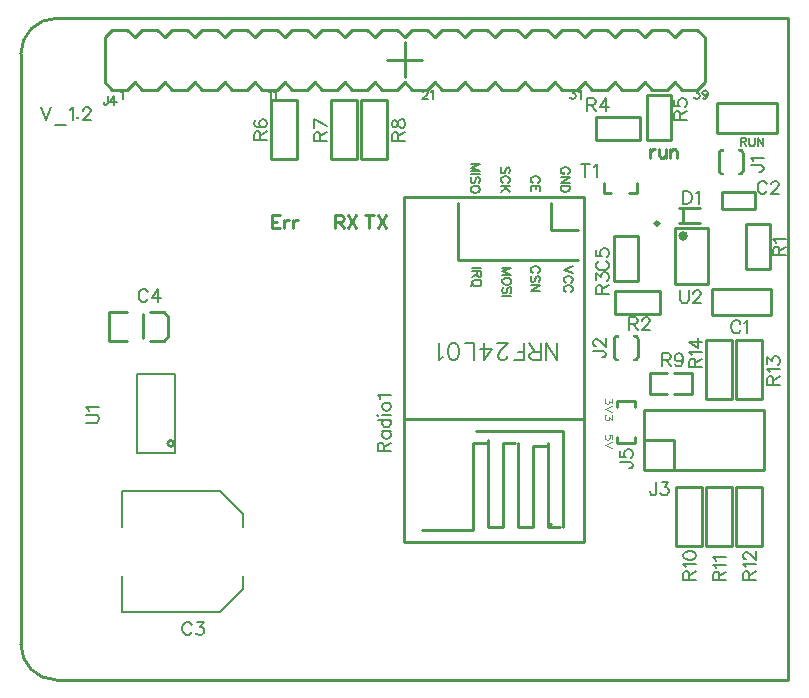
<source format=gto>
G04 ---------------------------- Layer name :TOP SILK LAYER*
G04 EasyEDA v5.8.20, Fri, 02 Nov 2018 18:29:30 GMT*
G04 36527c8444ce4c4c8eb284ebc49f3122*
G04 Gerber Generator version 0.2*
G04 Scale: 100 percent, Rotated: No, Reflected: No *
G04 Dimensions in millimeters *
G04 leading zeros omitted , absolute positions ,3 integer and 3 decimal *
%FSLAX33Y33*%
%MOMM*%
G90*
G71D02*

%ADD10C,0.254000*%
%ADD34C,0.228600*%
%ADD35C,0.200660*%
%ADD36C,0.200000*%
%ADD37C,0.399999*%
%ADD38C,0.299999*%
%ADD39C,0.279999*%
%ADD40C,0.177800*%
%ADD41C,0.203200*%
%ADD42C,0.152400*%
%ADD43C,0.150114*%
%ADD44C,0.100000*%

%LPD*%
G54D10*
G01X32512Y22098D02*
G01X32512Y40894D01*
G01X47752Y40894D01*
G01X47752Y11684D01*
G01X32512Y11684D01*
G01X32512Y22098D01*
G01X47752Y22098D01*
G01X44958Y38100D02*
G01X47244Y38100D01*
G01X44958Y38100D02*
G01X44958Y40386D01*
G01X37084Y35560D02*
G01X37084Y40386D01*
G01X37084Y35560D02*
G01X47244Y35560D01*
G01X34036Y12700D02*
G01X38354Y12700D01*
G01X38354Y12700D02*
G01X38354Y20066D01*
G01X39624Y12954D02*
G01X39624Y20066D01*
G01X40894Y12954D02*
G01X40894Y20066D01*
G01X42164Y12954D02*
G01X42164Y20066D01*
G01X43434Y12954D02*
G01X43434Y19812D01*
G01X44704Y12954D02*
G01X44704Y19812D01*
G01X38354Y20066D02*
G01X39624Y20066D01*
G01X39624Y20320D01*
G01X39624Y12954D02*
G01X40894Y12954D01*
G01X42164Y12954D02*
G01X43434Y12954D01*
G01X43434Y13208D01*
G01X40894Y20066D02*
G01X41910Y20066D01*
G01X43434Y19812D02*
G01X44704Y19812D01*
G01X44704Y20066D01*
G01X45974Y12954D02*
G01X45974Y21082D01*
G01X38608Y21082D01*
G01X45720Y12954D02*
G01X44704Y12954D01*
G01X44958Y13208D01*
G01X58236Y38341D02*
G01X55436Y38341D01*
G01X55436Y33540D01*
G01X58236Y33540D01*
G01X58236Y38341D01*
G54D34*
G01X61484Y34864D02*
G01X61484Y38663D01*
G01X63483Y38663D01*
G01X63483Y34864D01*
G01X61484Y34864D01*
G54D10*
G01X55753Y40030D02*
G01X56134Y40030D01*
G01X56134Y40030D02*
G01X57531Y40030D01*
G01X55753Y38709D02*
G01X56134Y38709D01*
G01X56134Y38709D02*
G01X57531Y38709D01*
G01X56134Y40030D02*
G01X56134Y38709D01*
G54D34*
G01X58589Y33104D02*
G01X63589Y33104D01*
G01X63589Y30903D01*
G01X58589Y30903D01*
G01X58589Y33104D01*
G54D10*
G01X51587Y41275D02*
G01X52197Y41275D01*
G01X52197Y41275D02*
G01X52197Y42087D01*
G01X50012Y41275D02*
G01X49403Y41275D01*
G01X49403Y41275D02*
G01X49403Y42087D01*
G54D34*
G01X52511Y45736D02*
G01X48712Y45736D01*
G01X48712Y47735D01*
G01X52511Y47735D01*
G01X52511Y45736D01*
G01X53102Y45786D02*
G01X53102Y49585D01*
G01X55101Y49585D01*
G01X55101Y45786D01*
G01X53102Y45786D01*
G01X50308Y33848D02*
G01X50308Y37647D01*
G01X52307Y37647D01*
G01X52307Y33848D01*
G01X50308Y33848D01*
G01X50358Y33003D02*
G01X54157Y33003D01*
G01X54157Y31004D01*
G01X50358Y31004D01*
G01X50358Y33003D01*
G01X62218Y39939D02*
G01X59417Y39939D01*
G01X59417Y41340D01*
G01X62218Y41340D01*
G01X62218Y39939D01*
G54D35*
G01X13106Y25956D02*
G01X9855Y25956D01*
G01X13106Y19255D02*
G01X9855Y19255D01*
G01X13106Y19255D02*
G01X13106Y25956D01*
G01X9855Y19255D02*
G01X9855Y25956D01*
G54D10*
G01X61188Y44678D02*
G01X61188Y43103D01*
G01X59207Y43103D02*
G01X59207Y44678D01*
G01X9042Y28778D02*
G01X7543Y28778D01*
G01X7543Y28778D02*
G01X7543Y31165D01*
G01X7543Y31165D02*
G01X9042Y31165D01*
G01X11023Y28778D02*
G01X12141Y28778D01*
G01X12141Y28778D02*
G01X12522Y29184D01*
G01X12522Y29184D02*
G01X12522Y30759D01*
G01X12522Y30759D02*
G01X12141Y31165D01*
G01X12141Y31165D02*
G01X11023Y31165D01*
G01X10414Y30988D02*
G01X10414Y28956D01*
G01X52298Y28930D02*
G01X52298Y27355D01*
G01X50317Y27355D02*
G01X50317Y28930D01*
G01X52832Y17780D02*
G01X52832Y20320D01*
G01X52832Y20320D02*
G01X52832Y22860D01*
G01X52832Y22860D02*
G01X62992Y22860D01*
G01X62992Y22860D02*
G01X62992Y17780D01*
G01X52832Y17780D02*
G01X55372Y17780D01*
G01X55372Y17780D02*
G01X62992Y17780D01*
G01X52832Y20320D02*
G01X55372Y20320D01*
G01X55372Y20320D02*
G01X55372Y17780D01*
G54D36*
G01X8581Y5771D02*
G01X8581Y8871D01*
G01X8581Y12972D02*
G01X8581Y16072D01*
G01X18881Y12972D02*
G01X18881Y14072D01*
G01X16881Y16072D01*
G01X16881Y16072D01*
G01X18882Y8871D02*
G01X18882Y7771D01*
G01X16882Y5771D01*
G01X16881Y5771D01*
G01X8581Y16072D02*
G01X16881Y16072D01*
G01X16931Y16022D01*
G01X8581Y5771D02*
G01X16881Y5771D01*
G54D10*
G01X50Y53060D02*
G01X50Y15468D01*
G01X3048Y50D02*
G01X65040Y48D01*
G01X65040Y48D02*
G01X65040Y56058D01*
G01X65040Y56057D02*
G01X3048Y56057D01*
G01X32562Y54051D02*
G01X32562Y51054D01*
G01X31038Y52552D02*
G01X34061Y52552D01*
G01X40817Y50012D02*
G01X40182Y50647D01*
G01X39547Y50012D01*
G01X38277Y50012D01*
G01X37642Y50647D01*
G01X37007Y50012D01*
G01X35737Y50012D01*
G01X35102Y50647D01*
G01X34467Y50012D01*
G01X33197Y50012D01*
G01X32562Y50647D01*
G01X31927Y50012D01*
G01X30657Y50012D01*
G01X30022Y50647D01*
G01X29387Y50012D01*
G01X28117Y50012D01*
G01X27482Y50647D01*
G01X26847Y50012D01*
G01X25577Y50012D01*
G01X24942Y50647D01*
G01X24307Y50012D01*
G01X23037Y50012D01*
G01X22402Y50647D01*
G01X21767Y50012D01*
G01X20497Y50012D01*
G01X19862Y50647D01*
G01X19227Y50012D01*
G01X17957Y50012D01*
G01X17322Y50647D01*
G01X16687Y50012D01*
G01X15417Y50012D01*
G01X14782Y50647D01*
G01X14147Y50012D01*
G01X12877Y50012D01*
G01X12242Y50647D01*
G01X11607Y50012D01*
G01X10337Y50012D01*
G01X9702Y50647D01*
G01X9067Y50012D01*
G01X7797Y50012D01*
G01X7162Y50647D01*
G01X7162Y54457D01*
G01X7797Y55092D01*
G01X9067Y55092D01*
G01X9702Y54457D01*
G01X10337Y55092D01*
G01X11607Y55092D01*
G01X12242Y54457D01*
G01X12877Y55092D01*
G01X14147Y55092D01*
G01X14782Y54457D01*
G01X15417Y55092D01*
G01X16687Y55092D01*
G01X17322Y54457D01*
G01X17957Y55092D01*
G01X19227Y55092D01*
G01X19862Y54457D01*
G01X20497Y55092D01*
G01X21767Y55092D01*
G01X22402Y54457D01*
G01X23037Y55092D01*
G01X24307Y55092D01*
G01X24942Y54457D01*
G01X25577Y55092D01*
G01X26847Y55092D01*
G01X27482Y54457D01*
G01X28117Y55092D01*
G01X29387Y55092D01*
G01X30022Y54457D01*
G01X30657Y55092D01*
G01X31927Y55092D01*
G01X32562Y54457D01*
G01X33197Y55092D01*
G01X34467Y55092D01*
G01X35102Y54457D01*
G01X35737Y55092D01*
G01X37007Y55092D01*
G01X37642Y54457D01*
G01X38277Y55092D01*
G01X39547Y55092D01*
G01X40182Y54457D01*
G01X40817Y55092D01*
G01X42087Y55092D01*
G01X42722Y54457D01*
G01X43357Y55092D01*
G01X44627Y55092D01*
G01X45262Y54457D01*
G01X45897Y55092D01*
G01X47167Y55092D01*
G01X47802Y54457D01*
G01X48437Y55092D01*
G01X49707Y55092D01*
G01X50342Y54457D01*
G01X50977Y55092D01*
G01X52247Y55092D01*
G01X52882Y54457D01*
G01X53517Y55092D01*
G01X54787Y55092D01*
G01X55422Y54457D01*
G01X56057Y55092D01*
G01X57327Y55092D01*
G01X57962Y54457D01*
G01X57962Y50647D01*
G01X57327Y50012D01*
G01X56057Y50012D01*
G01X55422Y50647D01*
G01X54787Y50012D01*
G01X53517Y50012D01*
G01X52882Y50647D01*
G01X52247Y50012D01*
G01X50977Y50012D01*
G01X50342Y50647D01*
G01X49707Y50012D01*
G01X48437Y50012D01*
G01X47802Y50647D01*
G01X47167Y50012D01*
G01X45897Y50012D01*
G01X45262Y50647D01*
G01X44627Y50012D01*
G01X43357Y50012D01*
G01X42722Y50647D01*
G01X42087Y50012D01*
G01X40817Y50012D01*
G01X50Y16108D02*
G01X50Y7848D01*
G01X50Y2768D01*
G01X64080Y48878D02*
G01X64080Y46338D01*
G01X59000Y48878D02*
G01X59000Y46338D01*
G01X59000Y48878D02*
G01X64080Y48878D01*
G01X59000Y46338D02*
G01X64080Y46338D01*
G54D34*
G01X28871Y44111D02*
G01X28871Y49111D01*
G01X31072Y49111D01*
G01X31072Y44111D01*
G01X28871Y44111D01*
G01X26331Y44111D02*
G01X26331Y49111D01*
G01X28532Y49111D01*
G01X28532Y44111D01*
G01X26331Y44111D01*
G01X21251Y44111D02*
G01X21251Y49111D01*
G01X23452Y49111D01*
G01X23452Y44111D01*
G01X21251Y44111D01*
G01X55541Y11345D02*
G01X55541Y16345D01*
G01X57742Y16345D01*
G01X57742Y11345D01*
G01X55541Y11345D01*
G01X58081Y11345D02*
G01X58081Y16345D01*
G01X60282Y16345D01*
G01X60282Y11345D01*
G01X58081Y11345D01*
G01X60621Y11345D02*
G01X60621Y16345D01*
G01X62822Y16345D01*
G01X62822Y11345D01*
G01X60621Y11345D01*
G01X58081Y23791D02*
G01X58081Y28791D01*
G01X60282Y28791D01*
G01X60282Y23791D01*
G01X58081Y23791D01*
G01X60621Y23791D02*
G01X60621Y28791D01*
G01X62822Y28791D01*
G01X62822Y23791D01*
G01X60621Y23791D01*
G54D10*
G01X54747Y26035D02*
G01X53324Y26035D01*
G01X55382Y24257D02*
G01X56880Y24257D01*
G01X56880Y26035D01*
G01X55382Y26035D01*
G01X53324Y26035D02*
G01X53324Y24257D01*
G01X53324Y24257D02*
G01X54747Y24257D01*
G01X52070Y23114D02*
G01X52070Y23622D01*
G01X50546Y23622D01*
G01X50546Y23114D01*
G01X50546Y20574D02*
G01X50546Y20066D01*
G01X52070Y20066D01*
G01X52070Y20574D01*
G54D39*
G01X29573Y39369D02*
G01X29573Y38279D01*
G01X29210Y39369D02*
G01X29936Y39369D01*
G01X30279Y39369D02*
G01X31008Y38279D01*
G01X31008Y39369D02*
G01X30279Y38279D01*
G01X26670Y39369D02*
G01X26670Y38279D01*
G01X26670Y39369D02*
G01X27137Y39369D01*
G01X27292Y39318D01*
G01X27345Y39267D01*
G01X27396Y39163D01*
G01X27396Y39059D01*
G01X27345Y38955D01*
G01X27292Y38902D01*
G01X27137Y38851D01*
G01X26670Y38851D01*
G01X27033Y38851D02*
G01X27396Y38279D01*
G01X27739Y39369D02*
G01X28468Y38279D01*
G01X28468Y39369D02*
G01X27739Y38279D01*
G01X21336Y39369D02*
G01X21336Y38279D01*
G01X21336Y39369D02*
G01X22011Y39369D01*
G01X21336Y38851D02*
G01X21752Y38851D01*
G01X21336Y38279D02*
G01X22011Y38279D01*
G01X22354Y39006D02*
G01X22354Y38279D01*
G01X22354Y38696D02*
G01X22405Y38851D01*
G01X22509Y38955D01*
G01X22613Y39006D01*
G01X22771Y39006D01*
G01X23114Y39006D02*
G01X23114Y38279D01*
G01X23114Y38696D02*
G01X23164Y38851D01*
G01X23268Y38955D01*
G01X23373Y39006D01*
G01X23528Y39006D01*
G54D40*
G01X30279Y19403D02*
G01X31369Y19403D01*
G01X30279Y19403D02*
G01X30279Y19870D01*
G01X30330Y20025D01*
G01X30380Y20078D01*
G01X30485Y20129D01*
G01X30589Y20129D01*
G01X30693Y20078D01*
G01X30746Y20025D01*
G01X30797Y19870D01*
G01X30797Y19403D01*
G01X30797Y19766D02*
G01X31369Y20129D01*
G01X30642Y21097D02*
G01X31369Y21097D01*
G01X30797Y21097D02*
G01X30693Y20993D01*
G01X30642Y20889D01*
G01X30642Y20734D01*
G01X30693Y20630D01*
G01X30797Y20525D01*
G01X30952Y20472D01*
G01X31056Y20472D01*
G01X31214Y20525D01*
G01X31318Y20630D01*
G01X31369Y20734D01*
G01X31369Y20889D01*
G01X31318Y20993D01*
G01X31214Y21097D01*
G01X30279Y22062D02*
G01X31369Y22062D01*
G01X30797Y22062D02*
G01X30693Y21958D01*
G01X30642Y21854D01*
G01X30642Y21699D01*
G01X30693Y21595D01*
G01X30797Y21491D01*
G01X30952Y21440D01*
G01X31056Y21440D01*
G01X31214Y21491D01*
G01X31318Y21595D01*
G01X31369Y21699D01*
G01X31369Y21854D01*
G01X31318Y21958D01*
G01X31214Y22062D01*
G01X30279Y22405D02*
G01X30330Y22458D01*
G01X30279Y22509D01*
G01X30226Y22458D01*
G01X30279Y22405D01*
G01X30642Y22458D02*
G01X31369Y22458D01*
G01X30642Y23111D02*
G01X30693Y23010D01*
G01X30797Y22905D01*
G01X30952Y22852D01*
G01X31056Y22852D01*
G01X31214Y22905D01*
G01X31318Y23010D01*
G01X31369Y23111D01*
G01X31369Y23269D01*
G01X31318Y23373D01*
G01X31214Y23477D01*
G01X31056Y23528D01*
G01X30952Y23528D01*
G01X30797Y23477D01*
G01X30693Y23373D01*
G01X30642Y23269D01*
G01X30642Y23111D01*
G01X30485Y23871D02*
G01X30434Y23975D01*
G01X30279Y24130D01*
G01X31369Y24130D01*
G54D41*
G01X39044Y34925D02*
G01X38280Y34925D01*
G01X39044Y34686D02*
G01X38280Y34686D01*
G01X39044Y34686D02*
G01X39044Y34358D01*
G01X39006Y34249D01*
G01X38971Y34211D01*
G01X38900Y34175D01*
G01X38826Y34175D01*
G01X38752Y34211D01*
G01X38717Y34249D01*
G01X38681Y34358D01*
G01X38681Y34686D01*
G01X38681Y34429D02*
G01X38280Y34175D01*
G01X39044Y33718D02*
G01X39006Y33789D01*
G01X38935Y33863D01*
G01X38862Y33898D01*
G01X38752Y33936D01*
G01X38572Y33936D01*
G01X38463Y33898D01*
G01X38389Y33863D01*
G01X38315Y33789D01*
G01X38280Y33718D01*
G01X38280Y33571D01*
G01X38315Y33500D01*
G01X38389Y33426D01*
G01X38463Y33390D01*
G01X38572Y33355D01*
G01X38752Y33355D01*
G01X38862Y33390D01*
G01X38935Y33426D01*
G01X39006Y33500D01*
G01X39044Y33571D01*
G01X39044Y33718D01*
G01X38425Y33609D02*
G01X38209Y33390D01*
G01X41584Y34925D02*
G01X40820Y34925D01*
G01X41584Y34925D02*
G01X40820Y34632D01*
G01X41584Y34343D02*
G01X40820Y34632D01*
G01X41584Y34343D02*
G01X40820Y34343D01*
G01X41584Y33886D02*
G01X41546Y33957D01*
G01X41475Y34030D01*
G01X41402Y34066D01*
G01X41292Y34102D01*
G01X41112Y34102D01*
G01X41003Y34066D01*
G01X40929Y34030D01*
G01X40855Y33957D01*
G01X40820Y33886D01*
G01X40820Y33738D01*
G01X40855Y33667D01*
G01X40929Y33594D01*
G01X41003Y33558D01*
G01X41112Y33520D01*
G01X41292Y33520D01*
G01X41402Y33558D01*
G01X41475Y33594D01*
G01X41546Y33667D01*
G01X41584Y33738D01*
G01X41584Y33886D01*
G01X41475Y32771D02*
G01X41546Y32844D01*
G01X41584Y32953D01*
G01X41584Y33098D01*
G01X41546Y33207D01*
G01X41475Y33281D01*
G01X41402Y33281D01*
G01X41330Y33246D01*
G01X41292Y33207D01*
G01X41257Y33136D01*
G01X41183Y32918D01*
G01X41148Y32844D01*
G01X41112Y32809D01*
G01X41038Y32771D01*
G01X40929Y32771D01*
G01X40855Y32844D01*
G01X40820Y32953D01*
G01X40820Y33098D01*
G01X40855Y33207D01*
G01X40929Y33281D01*
G01X41584Y32532D02*
G01X40820Y32532D01*
G01X43815Y34505D02*
G01X43888Y34544D01*
G01X43959Y34615D01*
G01X43997Y34688D01*
G01X43997Y34833D01*
G01X43959Y34907D01*
G01X43888Y34978D01*
G01X43815Y35016D01*
G01X43705Y35052D01*
G01X43525Y35052D01*
G01X43416Y35016D01*
G01X43342Y34978D01*
G01X43268Y34907D01*
G01X43233Y34833D01*
G01X43233Y34688D01*
G01X43268Y34615D01*
G01X43342Y34544D01*
G01X43416Y34505D01*
G01X43888Y33756D02*
G01X43959Y33830D01*
G01X43997Y33939D01*
G01X43997Y34084D01*
G01X43959Y34193D01*
G01X43888Y34267D01*
G01X43815Y34267D01*
G01X43743Y34229D01*
G01X43705Y34193D01*
G01X43670Y34122D01*
G01X43596Y33903D01*
G01X43561Y33830D01*
G01X43525Y33794D01*
G01X43451Y33756D01*
G01X43342Y33756D01*
G01X43268Y33830D01*
G01X43233Y33939D01*
G01X43233Y34084D01*
G01X43268Y34193D01*
G01X43342Y34267D01*
G01X43997Y33517D02*
G01X43233Y33517D01*
G01X43997Y33517D02*
G01X43233Y33007D01*
G01X43997Y33007D02*
G01X43233Y33007D01*
G01X46791Y35052D02*
G01X46027Y34759D01*
G01X46791Y34470D02*
G01X46027Y34759D01*
G01X46609Y33685D02*
G01X46682Y33721D01*
G01X46753Y33794D01*
G01X46791Y33865D01*
G01X46791Y34013D01*
G01X46753Y34084D01*
G01X46682Y34157D01*
G01X46609Y34193D01*
G01X46499Y34229D01*
G01X46319Y34229D01*
G01X46210Y34193D01*
G01X46136Y34157D01*
G01X46062Y34084D01*
G01X46027Y34013D01*
G01X46027Y33865D01*
G01X46062Y33794D01*
G01X46136Y33721D01*
G01X46210Y33685D01*
G01X46609Y32898D02*
G01X46682Y32936D01*
G01X46753Y33007D01*
G01X46791Y33080D01*
G01X46791Y33225D01*
G01X46753Y33299D01*
G01X46682Y33373D01*
G01X46609Y33408D01*
G01X46499Y33444D01*
G01X46319Y33444D01*
G01X46210Y33408D01*
G01X46136Y33373D01*
G01X46062Y33299D01*
G01X46027Y33225D01*
G01X46027Y33080D01*
G01X46062Y33007D01*
G01X46136Y32936D01*
G01X46210Y32898D01*
G01X38917Y43688D02*
G01X38153Y43688D01*
G01X38917Y43688D02*
G01X38153Y43395D01*
G01X38917Y43106D02*
G01X38153Y43395D01*
G01X38917Y43106D02*
G01X38153Y43106D01*
G01X38917Y42865D02*
G01X38153Y42865D01*
G01X38808Y42118D02*
G01X38879Y42189D01*
G01X38917Y42298D01*
G01X38917Y42443D01*
G01X38879Y42552D01*
G01X38808Y42626D01*
G01X38735Y42626D01*
G01X38663Y42590D01*
G01X38625Y42552D01*
G01X38590Y42481D01*
G01X38516Y42263D01*
G01X38481Y42189D01*
G01X38445Y42153D01*
G01X38371Y42118D01*
G01X38262Y42118D01*
G01X38188Y42189D01*
G01X38153Y42298D01*
G01X38153Y42443D01*
G01X38188Y42552D01*
G01X38262Y42626D01*
G01X38917Y41658D02*
G01X38879Y41732D01*
G01X38808Y41803D01*
G01X38735Y41841D01*
G01X38625Y41876D01*
G01X38445Y41876D01*
G01X38336Y41841D01*
G01X38262Y41803D01*
G01X38188Y41732D01*
G01X38153Y41658D01*
G01X38153Y41513D01*
G01X38188Y41440D01*
G01X38262Y41368D01*
G01X38336Y41330D01*
G01X38445Y41295D01*
G01X38625Y41295D01*
G01X38735Y41330D01*
G01X38808Y41368D01*
G01X38879Y41440D01*
G01X38917Y41513D01*
G01X38917Y41658D01*
G01X41348Y42926D02*
G01X41419Y42997D01*
G01X41457Y43106D01*
G01X41457Y43251D01*
G01X41419Y43360D01*
G01X41348Y43434D01*
G01X41275Y43434D01*
G01X41203Y43398D01*
G01X41165Y43360D01*
G01X41130Y43289D01*
G01X41056Y43070D01*
G01X41021Y42997D01*
G01X40985Y42961D01*
G01X40911Y42926D01*
G01X40802Y42926D01*
G01X40728Y42997D01*
G01X40693Y43106D01*
G01X40693Y43251D01*
G01X40728Y43360D01*
G01X40802Y43434D01*
G01X41275Y42138D02*
G01X41348Y42176D01*
G01X41419Y42247D01*
G01X41457Y42321D01*
G01X41457Y42466D01*
G01X41419Y42539D01*
G01X41348Y42611D01*
G01X41275Y42649D01*
G01X41165Y42684D01*
G01X40985Y42684D01*
G01X40876Y42649D01*
G01X40802Y42611D01*
G01X40728Y42539D01*
G01X40693Y42466D01*
G01X40693Y42321D01*
G01X40728Y42247D01*
G01X40802Y42176D01*
G01X40876Y42138D01*
G01X41457Y41899D02*
G01X40693Y41899D01*
G01X41457Y41389D02*
G01X40947Y41899D01*
G01X41130Y41716D02*
G01X40693Y41389D01*
G01X43815Y42125D02*
G01X43888Y42164D01*
G01X43959Y42235D01*
G01X43997Y42308D01*
G01X43997Y42453D01*
G01X43959Y42527D01*
G01X43888Y42598D01*
G01X43815Y42636D01*
G01X43705Y42672D01*
G01X43525Y42672D01*
G01X43416Y42636D01*
G01X43342Y42598D01*
G01X43268Y42527D01*
G01X43233Y42453D01*
G01X43233Y42308D01*
G01X43268Y42235D01*
G01X43342Y42164D01*
G01X43416Y42125D01*
G01X43997Y41887D02*
G01X43233Y41887D01*
G01X43997Y41887D02*
G01X43997Y41414D01*
G01X43634Y41887D02*
G01X43634Y41595D01*
G01X43233Y41887D02*
G01X43233Y41414D01*
G01X46355Y42887D02*
G01X46428Y42926D01*
G01X46499Y42997D01*
G01X46537Y43070D01*
G01X46537Y43215D01*
G01X46499Y43289D01*
G01X46428Y43360D01*
G01X46355Y43398D01*
G01X46245Y43434D01*
G01X46065Y43434D01*
G01X45956Y43398D01*
G01X45882Y43360D01*
G01X45808Y43289D01*
G01X45773Y43215D01*
G01X45773Y43070D01*
G01X45808Y42997D01*
G01X45882Y42926D01*
G01X45956Y42887D01*
G01X46065Y42887D01*
G01X46065Y43070D02*
G01X46065Y42887D01*
G01X46537Y42649D02*
G01X45773Y42649D01*
G01X46537Y42649D02*
G01X45773Y42138D01*
G01X46537Y42138D02*
G01X45773Y42138D01*
G01X46537Y41899D02*
G01X45773Y41899D01*
G01X46537Y41899D02*
G01X46537Y41645D01*
G01X46499Y41536D01*
G01X46428Y41462D01*
G01X46355Y41427D01*
G01X46245Y41389D01*
G01X46065Y41389D01*
G01X45956Y41427D01*
G01X45882Y41462D01*
G01X45808Y41536D01*
G01X45773Y41645D01*
G01X45773Y41899D01*
G01X45466Y27122D02*
G01X45466Y28554D01*
G01X45466Y27122D02*
G01X44510Y28554D01*
G01X44510Y27122D02*
G01X44510Y28554D01*
G01X44061Y27122D02*
G01X44061Y28554D01*
G01X44061Y27122D02*
G01X43446Y27122D01*
G01X43243Y27190D01*
G01X43174Y27259D01*
G01X43106Y27393D01*
G01X43106Y27531D01*
G01X43174Y27668D01*
G01X43243Y27734D01*
G01X43446Y27802D01*
G01X44061Y27802D01*
G01X43583Y27802D02*
G01X43106Y28554D01*
G01X42656Y27122D02*
G01X42656Y28554D01*
G01X42656Y27122D02*
G01X41770Y27122D01*
G01X42656Y27802D02*
G01X42110Y27802D01*
G01X41252Y27462D02*
G01X41252Y27393D01*
G01X41183Y27259D01*
G01X41114Y27190D01*
G01X40980Y27122D01*
G01X40706Y27122D01*
G01X40571Y27190D01*
G01X40502Y27259D01*
G01X40434Y27393D01*
G01X40434Y27531D01*
G01X40502Y27668D01*
G01X40640Y27871D01*
G01X41320Y28554D01*
G01X40365Y28554D01*
G01X39235Y27122D02*
G01X39916Y28077D01*
G01X38892Y28077D01*
G01X39235Y27122D02*
G01X39235Y28554D01*
G01X38442Y27122D02*
G01X38442Y28554D01*
G01X38442Y28554D02*
G01X37625Y28554D01*
G01X36766Y27122D02*
G01X36969Y27190D01*
G01X37106Y27393D01*
G01X37175Y27734D01*
G01X37175Y27940D01*
G01X37106Y28280D01*
G01X36969Y28486D01*
G01X36766Y28554D01*
G01X36629Y28554D01*
G01X36426Y28486D01*
G01X36288Y28280D01*
G01X36220Y27940D01*
G01X36220Y27734D01*
G01X36288Y27393D01*
G01X36426Y27190D01*
G01X36629Y27122D01*
G01X36766Y27122D01*
G01X35770Y27393D02*
G01X35633Y27325D01*
G01X35430Y27122D01*
G01X35430Y28554D01*
G54D40*
G01X55880Y33019D02*
G01X55880Y32242D01*
G01X55931Y32085D01*
G01X56035Y31980D01*
G01X56192Y31930D01*
G01X56297Y31930D01*
G01X56452Y31980D01*
G01X56556Y32085D01*
G01X56606Y32242D01*
G01X56606Y33019D01*
G01X57003Y32760D02*
G01X57003Y32814D01*
G01X57054Y32918D01*
G01X57107Y32968D01*
G01X57211Y33019D01*
G01X57417Y33019D01*
G01X57521Y32968D01*
G01X57574Y32918D01*
G01X57625Y32814D01*
G01X57625Y32709D01*
G01X57574Y32605D01*
G01X57470Y32448D01*
G01X56949Y31930D01*
G01X57678Y31930D01*
G01X63754Y36007D02*
G01X64844Y36007D01*
G01X63754Y36007D02*
G01X63754Y36474D01*
G01X63805Y36629D01*
G01X63856Y36682D01*
G01X63960Y36733D01*
G01X64064Y36733D01*
G01X64168Y36682D01*
G01X64221Y36629D01*
G01X64272Y36474D01*
G01X64272Y36007D01*
G01X64272Y36370D02*
G01X64844Y36733D01*
G01X63960Y37076D02*
G01X63909Y37180D01*
G01X63754Y37338D01*
G01X64844Y37338D01*
G01X56134Y41440D02*
G01X56134Y40350D01*
G01X56134Y41440D02*
G01X56497Y41440D01*
G01X56654Y41389D01*
G01X56756Y41285D01*
G01X56809Y41181D01*
G01X56860Y41026D01*
G01X56860Y40767D01*
G01X56809Y40609D01*
G01X56756Y40505D01*
G01X56654Y40401D01*
G01X56497Y40350D01*
G01X56134Y40350D01*
G01X57203Y41234D02*
G01X57307Y41285D01*
G01X57464Y41440D01*
G01X57464Y40350D01*
G01X60977Y30220D02*
G01X60924Y30324D01*
G01X60820Y30428D01*
G01X60718Y30479D01*
G01X60510Y30479D01*
G01X60406Y30428D01*
G01X60302Y30324D01*
G01X60249Y30220D01*
G01X60198Y30065D01*
G01X60198Y29806D01*
G01X60249Y29649D01*
G01X60302Y29545D01*
G01X60406Y29440D01*
G01X60510Y29390D01*
G01X60718Y29390D01*
G01X60820Y29440D01*
G01X60924Y29545D01*
G01X60977Y29649D01*
G01X61320Y30274D02*
G01X61425Y30324D01*
G01X61579Y30479D01*
G01X61579Y29390D01*
G01X47861Y43688D02*
G01X47861Y42598D01*
G01X47498Y43688D02*
G01X48224Y43688D01*
G01X48567Y43482D02*
G01X48671Y43533D01*
G01X48829Y43688D01*
G01X48829Y42598D01*
G01X48005Y49275D02*
G01X48005Y48186D01*
G01X48005Y49275D02*
G01X48473Y49275D01*
G01X48628Y49224D01*
G01X48681Y49174D01*
G01X48732Y49070D01*
G01X48732Y48965D01*
G01X48681Y48861D01*
G01X48628Y48808D01*
G01X48473Y48757D01*
G01X48005Y48757D01*
G01X48369Y48757D02*
G01X48732Y48186D01*
G01X49595Y49275D02*
G01X49075Y48549D01*
G01X49854Y48549D01*
G01X49595Y49275D02*
G01X49595Y48186D01*
G01X55372Y47477D02*
G01X56461Y47477D01*
G01X55372Y47477D02*
G01X55372Y47944D01*
G01X55422Y48099D01*
G01X55473Y48153D01*
G01X55577Y48203D01*
G01X55681Y48203D01*
G01X55786Y48153D01*
G01X55839Y48099D01*
G01X55890Y47944D01*
G01X55890Y47477D01*
G01X55890Y47840D02*
G01X56461Y48203D01*
G01X55372Y49171D02*
G01X55372Y48651D01*
G01X55839Y48600D01*
G01X55786Y48651D01*
G01X55735Y48808D01*
G01X55735Y48963D01*
G01X55786Y49118D01*
G01X55890Y49222D01*
G01X56045Y49275D01*
G01X56149Y49275D01*
G01X56306Y49222D01*
G01X56410Y49118D01*
G01X56461Y48963D01*
G01X56461Y48808D01*
G01X56410Y48651D01*
G01X56357Y48600D01*
G01X56253Y48546D01*
G54D39*
G01X53340Y44988D02*
G01X53340Y44262D01*
G01X53340Y44678D02*
G01X53390Y44833D01*
G01X53494Y44937D01*
G01X53599Y44988D01*
G01X53756Y44988D01*
G01X54099Y44988D02*
G01X54099Y44470D01*
G01X54150Y44312D01*
G01X54254Y44262D01*
G01X54409Y44262D01*
G01X54513Y44312D01*
G01X54670Y44470D01*
G01X54670Y44988D02*
G01X54670Y44262D01*
G01X55013Y44988D02*
G01X55013Y44262D01*
G01X55013Y44780D02*
G01X55168Y44937D01*
G01X55272Y44988D01*
G01X55427Y44988D01*
G01X55532Y44937D01*
G01X55585Y44780D01*
G01X55585Y44262D01*
G54D40*
G01X48767Y32745D02*
G01X49857Y32745D01*
G01X48767Y32745D02*
G01X48767Y33212D01*
G01X48818Y33367D01*
G01X48869Y33421D01*
G01X48973Y33471D01*
G01X49077Y33471D01*
G01X49181Y33421D01*
G01X49235Y33367D01*
G01X49285Y33212D01*
G01X49285Y32745D01*
G01X49285Y33108D02*
G01X49857Y33471D01*
G01X48767Y33919D02*
G01X48767Y34490D01*
G01X49181Y34180D01*
G01X49181Y34335D01*
G01X49235Y34439D01*
G01X49285Y34490D01*
G01X49440Y34543D01*
G01X49545Y34543D01*
G01X49702Y34490D01*
G01X49806Y34386D01*
G01X49857Y34231D01*
G01X49857Y34076D01*
G01X49806Y33919D01*
G01X49753Y33868D01*
G01X49649Y33814D01*
G01X51562Y30733D02*
G01X51562Y29644D01*
G01X51562Y30733D02*
G01X52029Y30733D01*
G01X52184Y30682D01*
G01X52237Y30632D01*
G01X52288Y30528D01*
G01X52288Y30423D01*
G01X52237Y30319D01*
G01X52184Y30266D01*
G01X52029Y30215D01*
G01X51562Y30215D01*
G01X51925Y30215D02*
G01X52288Y29644D01*
G01X52684Y30474D02*
G01X52684Y30528D01*
G01X52735Y30632D01*
G01X52789Y30682D01*
G01X52893Y30733D01*
G01X53098Y30733D01*
G01X53203Y30682D01*
G01X53256Y30632D01*
G01X53307Y30528D01*
G01X53307Y30423D01*
G01X53256Y30319D01*
G01X53152Y30162D01*
G01X52631Y29644D01*
G01X53360Y29644D01*
G01X63212Y42019D02*
G01X63159Y42123D01*
G01X63055Y42227D01*
G01X62953Y42278D01*
G01X62745Y42278D01*
G01X62641Y42227D01*
G01X62537Y42123D01*
G01X62484Y42019D01*
G01X62433Y41864D01*
G01X62433Y41605D01*
G01X62484Y41447D01*
G01X62537Y41343D01*
G01X62641Y41239D01*
G01X62745Y41188D01*
G01X62953Y41188D01*
G01X63055Y41239D01*
G01X63159Y41343D01*
G01X63212Y41447D01*
G01X63606Y42019D02*
G01X63606Y42072D01*
G01X63660Y42176D01*
G01X63710Y42227D01*
G01X63814Y42278D01*
G01X64023Y42278D01*
G01X64127Y42227D01*
G01X64178Y42176D01*
G01X64231Y42072D01*
G01X64231Y41968D01*
G01X64178Y41864D01*
G01X64074Y41706D01*
G01X63555Y41188D01*
G01X64282Y41188D01*
G01X5588Y21783D02*
G01X6365Y21783D01*
G01X6522Y21834D01*
G01X6626Y21938D01*
G01X6677Y22095D01*
G01X6677Y22200D01*
G01X6626Y22354D01*
G01X6522Y22459D01*
G01X6365Y22509D01*
G01X5588Y22509D01*
G01X5793Y22852D02*
G01X5742Y22956D01*
G01X5588Y23114D01*
G01X6677Y23114D01*
G01X61861Y43599D02*
G01X62692Y43599D01*
G01X62847Y43545D01*
G01X62900Y43494D01*
G01X62951Y43390D01*
G01X62951Y43286D01*
G01X62900Y43182D01*
G01X62847Y43129D01*
G01X62692Y43078D01*
G01X62588Y43078D01*
G01X62067Y43942D02*
G01X62016Y44043D01*
G01X61861Y44201D01*
G01X62951Y44201D01*
G01X10812Y32875D02*
G01X10759Y32979D01*
G01X10655Y33083D01*
G01X10553Y33134D01*
G01X10345Y33134D01*
G01X10241Y33083D01*
G01X10137Y32979D01*
G01X10083Y32875D01*
G01X10033Y32720D01*
G01X10033Y32461D01*
G01X10083Y32303D01*
G01X10137Y32199D01*
G01X10241Y32095D01*
G01X10345Y32044D01*
G01X10553Y32044D01*
G01X10655Y32095D01*
G01X10759Y32199D01*
G01X10812Y32303D01*
G01X11673Y33134D02*
G01X11155Y32407D01*
G01X11935Y32407D01*
G01X11673Y33134D02*
G01X11673Y32044D01*
G01X49026Y35507D02*
G01X48922Y35453D01*
G01X48818Y35349D01*
G01X48767Y35248D01*
G01X48767Y35039D01*
G01X48818Y34935D01*
G01X48922Y34831D01*
G01X49026Y34778D01*
G01X49181Y34727D01*
G01X49440Y34727D01*
G01X49598Y34778D01*
G01X49702Y34831D01*
G01X49806Y34935D01*
G01X49857Y35039D01*
G01X49857Y35248D01*
G01X49806Y35349D01*
G01X49702Y35453D01*
G01X49598Y35507D01*
G01X48767Y36472D02*
G01X48767Y35954D01*
G01X49235Y35900D01*
G01X49181Y35954D01*
G01X49131Y36109D01*
G01X49131Y36264D01*
G01X49181Y36421D01*
G01X49285Y36525D01*
G01X49440Y36576D01*
G01X49545Y36576D01*
G01X49702Y36525D01*
G01X49806Y36421D01*
G01X49857Y36264D01*
G01X49857Y36109D01*
G01X49806Y35954D01*
G01X49753Y35900D01*
G01X49649Y35850D01*
G01X48513Y27886D02*
G01X49344Y27886D01*
G01X49499Y27833D01*
G01X49552Y27782D01*
G01X49603Y27678D01*
G01X49603Y27574D01*
G01X49552Y27470D01*
G01X49499Y27416D01*
G01X49344Y27366D01*
G01X49240Y27366D01*
G01X48772Y28280D02*
G01X48719Y28280D01*
G01X48615Y28331D01*
G01X48564Y28384D01*
G01X48513Y28488D01*
G01X48513Y28697D01*
G01X48564Y28801D01*
G01X48615Y28852D01*
G01X48719Y28902D01*
G01X48823Y28902D01*
G01X48927Y28852D01*
G01X49085Y28747D01*
G01X49603Y28229D01*
G01X49603Y28956D01*
G01X53860Y16764D02*
G01X53860Y15933D01*
G01X53807Y15778D01*
G01X53756Y15725D01*
G01X53652Y15674D01*
G01X53548Y15674D01*
G01X53444Y15725D01*
G01X53390Y15778D01*
G01X53340Y15933D01*
G01X53340Y16037D01*
G01X54305Y16764D02*
G01X54876Y16764D01*
G01X54566Y16349D01*
G01X54721Y16349D01*
G01X54825Y16296D01*
G01X54876Y16245D01*
G01X54930Y16090D01*
G01X54930Y15986D01*
G01X54876Y15829D01*
G01X54775Y15725D01*
G01X54617Y15674D01*
G01X54462Y15674D01*
G01X54305Y15725D01*
G01X54254Y15778D01*
G01X54203Y15882D01*
G01X14511Y4681D02*
G01X14457Y4785D01*
G01X14353Y4889D01*
G01X14251Y4940D01*
G01X14043Y4940D01*
G01X13939Y4889D01*
G01X13835Y4785D01*
G01X13782Y4681D01*
G01X13731Y4526D01*
G01X13731Y4267D01*
G01X13782Y4109D01*
G01X13835Y4005D01*
G01X13939Y3901D01*
G01X14043Y3850D01*
G01X14251Y3850D01*
G01X14353Y3901D01*
G01X14457Y4005D01*
G01X14511Y4109D01*
G01X14958Y4940D02*
G01X15529Y4940D01*
G01X15217Y4526D01*
G01X15372Y4526D01*
G01X15476Y4472D01*
G01X15529Y4422D01*
G01X15580Y4267D01*
G01X15580Y4163D01*
G01X15529Y4005D01*
G01X15425Y3901D01*
G01X15267Y3850D01*
G01X15113Y3850D01*
G01X14958Y3901D01*
G01X14904Y3954D01*
G01X14853Y4058D01*
G01X1778Y48514D02*
G01X2194Y47424D01*
G01X2608Y48514D02*
G01X2194Y47424D01*
G01X2951Y47061D02*
G01X3886Y47061D01*
G01X4229Y48308D02*
G01X4333Y48359D01*
G01X4490Y48514D01*
G01X4490Y47424D01*
G01X4884Y47683D02*
G01X4833Y47632D01*
G01X4884Y47579D01*
G01X4937Y47632D01*
G01X4884Y47683D01*
G01X5331Y48254D02*
G01X5331Y48308D01*
G01X5384Y48412D01*
G01X5435Y48463D01*
G01X5539Y48514D01*
G01X5748Y48514D01*
G01X5852Y48463D01*
G01X5902Y48412D01*
G01X5956Y48308D01*
G01X5956Y48204D01*
G01X5902Y48099D01*
G01X5798Y47942D01*
G01X5280Y47424D01*
G01X6007Y47424D01*
G54D42*
G01X7406Y49463D02*
G01X7406Y48907D01*
G01X7373Y48806D01*
G01X7338Y48770D01*
G01X7269Y48734D01*
G01X7200Y48734D01*
G01X7129Y48770D01*
G01X7096Y48806D01*
G01X7061Y48907D01*
G01X7061Y48978D01*
G01X7983Y49463D02*
G01X7635Y48978D01*
G01X8155Y48978D01*
G01X7983Y49463D02*
G01X7983Y48734D01*
G01X8559Y49832D02*
G01X8628Y49867D01*
G01X8732Y49971D01*
G01X8732Y49242D01*
G01X57116Y49971D02*
G01X57497Y49971D01*
G01X57289Y49695D01*
G01X57393Y49695D01*
G01X57464Y49659D01*
G01X57497Y49623D01*
G01X57533Y49519D01*
G01X57533Y49451D01*
G01X57497Y49347D01*
G01X57429Y49278D01*
G01X57325Y49242D01*
G01X57221Y49242D01*
G01X57116Y49278D01*
G01X57083Y49314D01*
G01X57048Y49382D01*
G01X58211Y49728D02*
G01X58178Y49623D01*
G01X58107Y49555D01*
G01X58003Y49519D01*
G01X57970Y49519D01*
G01X57866Y49555D01*
G01X57797Y49623D01*
G01X57762Y49728D01*
G01X57762Y49763D01*
G01X57797Y49867D01*
G01X57866Y49936D01*
G01X57970Y49971D01*
G01X58003Y49971D01*
G01X58107Y49936D01*
G01X58178Y49867D01*
G01X58211Y49728D01*
G01X58211Y49555D01*
G01X58178Y49382D01*
G01X58107Y49278D01*
G01X58003Y49242D01*
G01X57934Y49242D01*
G01X57830Y49278D01*
G01X57797Y49347D01*
G01X21056Y49832D02*
G01X21125Y49867D01*
G01X21229Y49971D01*
G01X21229Y49242D01*
G01X21457Y49832D02*
G01X21526Y49867D01*
G01X21630Y49971D01*
G01X21630Y49242D01*
G01X34096Y49796D02*
G01X34096Y49832D01*
G01X34129Y49900D01*
G01X34165Y49936D01*
G01X34234Y49971D01*
G01X34373Y49971D01*
G01X34442Y49936D01*
G01X34477Y49900D01*
G01X34510Y49832D01*
G01X34510Y49763D01*
G01X34477Y49695D01*
G01X34406Y49590D01*
G01X34061Y49242D01*
G01X34546Y49242D01*
G01X34775Y49832D02*
G01X34843Y49867D01*
G01X34947Y49971D01*
G01X34947Y49242D01*
G01X46626Y49971D02*
G01X47007Y49971D01*
G01X46799Y49695D01*
G01X46903Y49695D01*
G01X46974Y49659D01*
G01X47007Y49623D01*
G01X47043Y49519D01*
G01X47043Y49451D01*
G01X47007Y49347D01*
G01X46939Y49278D01*
G01X46835Y49242D01*
G01X46730Y49242D01*
G01X46626Y49278D01*
G01X46593Y49314D01*
G01X46558Y49382D01*
G01X47271Y49832D02*
G01X47340Y49867D01*
G01X47444Y49971D01*
G01X47444Y49242D01*
G54D43*
G01X61010Y45948D02*
G01X61010Y45224D01*
G01X61010Y45948D02*
G01X61320Y45948D01*
G01X61424Y45915D01*
G01X61460Y45880D01*
G01X61493Y45811D01*
G01X61493Y45743D01*
G01X61460Y45672D01*
G01X61424Y45638D01*
G01X61320Y45603D01*
G01X61010Y45603D01*
G01X61252Y45603D02*
G01X61493Y45224D01*
G01X61722Y45948D02*
G01X61722Y45430D01*
G01X61757Y45326D01*
G01X61826Y45257D01*
G01X61930Y45224D01*
G01X61998Y45224D01*
G01X62103Y45257D01*
G01X62171Y45326D01*
G01X62207Y45430D01*
G01X62207Y45948D01*
G01X62433Y45948D02*
G01X62433Y45224D01*
G01X62433Y45948D02*
G01X62918Y45224D01*
G01X62918Y45948D02*
G01X62918Y45224D01*
G54D40*
G01X31496Y45699D02*
G01X32586Y45699D01*
G01X31496Y45699D02*
G01X31496Y46167D01*
G01X31547Y46322D01*
G01X31598Y46375D01*
G01X31702Y46426D01*
G01X31806Y46426D01*
G01X31910Y46375D01*
G01X31963Y46322D01*
G01X32014Y46167D01*
G01X32014Y45699D01*
G01X32014Y46062D02*
G01X32586Y46426D01*
G01X31496Y47030D02*
G01X31547Y46873D01*
G01X31651Y46822D01*
G01X31755Y46822D01*
G01X31859Y46873D01*
G01X31910Y46977D01*
G01X31963Y47185D01*
G01X32014Y47340D01*
G01X32118Y47444D01*
G01X32222Y47498D01*
G01X32377Y47498D01*
G01X32482Y47444D01*
G01X32535Y47393D01*
G01X32586Y47236D01*
G01X32586Y47030D01*
G01X32535Y46873D01*
G01X32482Y46822D01*
G01X32377Y46769D01*
G01X32222Y46769D01*
G01X32118Y46822D01*
G01X32014Y46926D01*
G01X31963Y47081D01*
G01X31910Y47289D01*
G01X31859Y47393D01*
G01X31755Y47444D01*
G01X31651Y47444D01*
G01X31547Y47393D01*
G01X31496Y47236D01*
G01X31496Y47030D01*
G01X24892Y45699D02*
G01X25981Y45699D01*
G01X24892Y45699D02*
G01X24892Y46166D01*
G01X24943Y46321D01*
G01X24993Y46375D01*
G01X25098Y46425D01*
G01X25202Y46425D01*
G01X25306Y46375D01*
G01X25359Y46321D01*
G01X25410Y46166D01*
G01X25410Y45699D01*
G01X25410Y46062D02*
G01X25981Y46425D01*
G01X24892Y47497D02*
G01X25981Y46977D01*
G01X24892Y46768D02*
G01X24892Y47497D01*
G01X19811Y45752D02*
G01X20901Y45752D01*
G01X19811Y45752D02*
G01X19811Y46219D01*
G01X19862Y46374D01*
G01X19913Y46428D01*
G01X20017Y46479D01*
G01X20121Y46479D01*
G01X20225Y46428D01*
G01X20279Y46374D01*
G01X20330Y46219D01*
G01X20330Y45752D01*
G01X20330Y46115D02*
G01X20901Y46479D01*
G01X19966Y47446D02*
G01X19862Y47393D01*
G01X19811Y47238D01*
G01X19811Y47134D01*
G01X19862Y46979D01*
G01X20017Y46875D01*
G01X20279Y46821D01*
G01X20538Y46821D01*
G01X20746Y46875D01*
G01X20850Y46979D01*
G01X20901Y47134D01*
G01X20901Y47187D01*
G01X20850Y47342D01*
G01X20746Y47446D01*
G01X20589Y47497D01*
G01X20538Y47497D01*
G01X20383Y47446D01*
G01X20279Y47342D01*
G01X20225Y47187D01*
G01X20225Y47134D01*
G01X20279Y46979D01*
G01X20383Y46875D01*
G01X20538Y46821D01*
G01X56133Y8521D02*
G01X57223Y8521D01*
G01X56133Y8521D02*
G01X56133Y8989D01*
G01X56184Y9144D01*
G01X56235Y9197D01*
G01X56339Y9248D01*
G01X56443Y9248D01*
G01X56547Y9197D01*
G01X56601Y9144D01*
G01X56651Y8989D01*
G01X56651Y8521D01*
G01X56651Y8885D02*
G01X57223Y9248D01*
G01X56339Y9591D02*
G01X56288Y9695D01*
G01X56133Y9852D01*
G01X57223Y9852D01*
G01X56133Y10505D02*
G01X56184Y10350D01*
G01X56339Y10246D01*
G01X56601Y10195D01*
G01X56756Y10195D01*
G01X57015Y10246D01*
G01X57172Y10350D01*
G01X57223Y10505D01*
G01X57223Y10609D01*
G01X57172Y10767D01*
G01X57015Y10871D01*
G01X56756Y10922D01*
G01X56601Y10922D01*
G01X56339Y10871D01*
G01X56184Y10767D01*
G01X56133Y10609D01*
G01X56133Y10505D01*
G01X58674Y8481D02*
G01X59763Y8481D01*
G01X58674Y8481D02*
G01X58674Y8948D01*
G01X58725Y9103D01*
G01X58775Y9157D01*
G01X58880Y9207D01*
G01X58984Y9207D01*
G01X59088Y9157D01*
G01X59141Y9103D01*
G01X59192Y8948D01*
G01X59192Y8481D01*
G01X59192Y8844D02*
G01X59763Y9207D01*
G01X58880Y9550D02*
G01X58829Y9655D01*
G01X58674Y9812D01*
G01X59763Y9812D01*
G01X58880Y10155D02*
G01X58829Y10259D01*
G01X58674Y10414D01*
G01X59763Y10414D01*
G01X61213Y8521D02*
G01X62303Y8521D01*
G01X61213Y8521D02*
G01X61213Y8989D01*
G01X61264Y9144D01*
G01X61315Y9197D01*
G01X61419Y9248D01*
G01X61523Y9248D01*
G01X61627Y9197D01*
G01X61681Y9144D01*
G01X61731Y8989D01*
G01X61731Y8521D01*
G01X61731Y8885D02*
G01X62303Y9248D01*
G01X61419Y9591D02*
G01X61368Y9695D01*
G01X61213Y9852D01*
G01X62303Y9852D01*
G01X61472Y10246D02*
G01X61419Y10246D01*
G01X61315Y10299D01*
G01X61264Y10350D01*
G01X61213Y10454D01*
G01X61213Y10663D01*
G01X61264Y10767D01*
G01X61315Y10818D01*
G01X61419Y10871D01*
G01X61523Y10871D01*
G01X61627Y10818D01*
G01X61785Y10713D01*
G01X62303Y10195D01*
G01X62303Y10922D01*
G01X56641Y26505D02*
G01X57731Y26505D01*
G01X56641Y26505D02*
G01X56641Y26972D01*
G01X56692Y27127D01*
G01X56743Y27180D01*
G01X56847Y27231D01*
G01X56951Y27231D01*
G01X57055Y27180D01*
G01X57109Y27127D01*
G01X57159Y26972D01*
G01X57159Y26505D01*
G01X57159Y26868D02*
G01X57731Y27231D01*
G01X56847Y27574D02*
G01X56796Y27678D01*
G01X56641Y27836D01*
G01X57731Y27836D01*
G01X56641Y28697D02*
G01X57368Y28179D01*
G01X57368Y28956D01*
G01X56641Y28697D02*
G01X57731Y28697D01*
G01X63245Y25031D02*
G01X64335Y25031D01*
G01X63245Y25031D02*
G01X63245Y25499D01*
G01X63296Y25654D01*
G01X63347Y25707D01*
G01X63451Y25758D01*
G01X63555Y25758D01*
G01X63659Y25707D01*
G01X63713Y25654D01*
G01X63763Y25499D01*
G01X63763Y25031D01*
G01X63763Y25395D02*
G01X64335Y25758D01*
G01X63451Y26101D02*
G01X63400Y26205D01*
G01X63245Y26362D01*
G01X64335Y26362D01*
G01X63245Y26809D02*
G01X63245Y27381D01*
G01X63659Y27068D01*
G01X63659Y27223D01*
G01X63713Y27328D01*
G01X63763Y27381D01*
G01X63918Y27432D01*
G01X64023Y27432D01*
G01X64180Y27381D01*
G01X64284Y27277D01*
G01X64335Y27119D01*
G01X64335Y26964D01*
G01X64284Y26809D01*
G01X64231Y26756D01*
G01X64127Y26705D01*
G01X54355Y27686D02*
G01X54355Y26596D01*
G01X54355Y27686D02*
G01X54823Y27686D01*
G01X54977Y27635D01*
G01X55031Y27584D01*
G01X55082Y27480D01*
G01X55082Y27376D01*
G01X55031Y27272D01*
G01X54977Y27218D01*
G01X54823Y27168D01*
G01X54355Y27168D01*
G01X54718Y27168D02*
G01X55082Y26596D01*
G01X56100Y27322D02*
G01X56049Y27168D01*
G01X55945Y27063D01*
G01X55790Y27013D01*
G01X55737Y27013D01*
G01X55582Y27063D01*
G01X55478Y27168D01*
G01X55424Y27322D01*
G01X55424Y27376D01*
G01X55478Y27531D01*
G01X55582Y27635D01*
G01X55737Y27686D01*
G01X55790Y27686D01*
G01X55945Y27635D01*
G01X56049Y27531D01*
G01X56100Y27322D01*
G01X56100Y27063D01*
G01X56049Y26804D01*
G01X55945Y26647D01*
G01X55790Y26596D01*
G01X55686Y26596D01*
G01X55529Y26647D01*
G01X55478Y26751D01*
G01X50799Y18489D02*
G01X51630Y18489D01*
G01X51785Y18435D01*
G01X51838Y18384D01*
G01X51889Y18280D01*
G01X51889Y18176D01*
G01X51838Y18072D01*
G01X51785Y18019D01*
G01X51630Y17968D01*
G01X51526Y17968D01*
G01X50799Y19454D02*
G01X50799Y18933D01*
G01X51267Y18882D01*
G01X51213Y18933D01*
G01X51163Y19090D01*
G01X51163Y19245D01*
G01X51213Y19403D01*
G01X51317Y19505D01*
G01X51472Y19558D01*
G01X51577Y19558D01*
G01X51734Y19505D01*
G01X51838Y19403D01*
G01X51889Y19245D01*
G01X51889Y19090D01*
G01X51838Y18933D01*
G01X51785Y18882D01*
G01X51681Y18831D01*
G54D44*
G01X50147Y23812D02*
G01X50147Y23461D01*
G01X49893Y23652D01*
G01X49893Y23558D01*
G01X49862Y23495D01*
G01X49829Y23461D01*
G01X49733Y23431D01*
G01X49669Y23431D01*
G01X49575Y23461D01*
G01X49512Y23525D01*
G01X49479Y23622D01*
G01X49479Y23715D01*
G01X49512Y23812D01*
G01X49542Y23842D01*
G01X49606Y23876D01*
G01X50147Y23220D02*
G01X49479Y22966D01*
G01X50147Y22712D02*
G01X49479Y22966D01*
G01X50147Y22438D02*
G01X50147Y22087D01*
G01X49893Y22278D01*
G01X49893Y22184D01*
G01X49862Y22120D01*
G01X49829Y22087D01*
G01X49733Y22054D01*
G01X49669Y22054D01*
G01X49575Y22087D01*
G01X49512Y22151D01*
G01X49479Y22247D01*
G01X49479Y22341D01*
G01X49512Y22438D01*
G01X49542Y22468D01*
G01X49606Y22501D01*
G01X50147Y20447D02*
G01X50147Y20764D01*
G01X49862Y20794D01*
G01X49893Y20764D01*
G01X49926Y20667D01*
G01X49926Y20574D01*
G01X49893Y20477D01*
G01X49829Y20413D01*
G01X49733Y20383D01*
G01X49669Y20383D01*
G01X49575Y20413D01*
G01X49512Y20477D01*
G01X49479Y20574D01*
G01X49479Y20667D01*
G01X49512Y20764D01*
G01X49542Y20794D01*
G01X49606Y20828D01*
G01X50147Y20172D02*
G01X49479Y19918D01*
G01X50147Y19664D02*
G01X49479Y19918D01*
G54D37*
G75*
G01X56335Y37640D02*
G3X56335Y37638I-200J-1D01*
G01*
G54D38*
G75*
G01X54059Y38692D02*
G3X54059Y38689I-150J-1D01*
G01*
G54D10*
G75*
G01X59197Y44691D02*
G2X59497Y44892I250J-49D01*
G01*
G75*
G01X59497Y42890D02*
G2X59197Y43091I-50J250D01*
G01*
G75*
G01X60899Y42890D02*
G3X61199Y43091I50J250D01*
G01*
G75*
G01X61199Y44691D02*
G3X60899Y44892I-250J-49D01*
G01*
G75*
G01X50307Y28943D02*
G2X50607Y29144I250J-49D01*
G01*
G75*
G01X50607Y27142D02*
G2X50307Y27343I-50J250D01*
G01*
G75*
G01X52009Y27142D02*
G3X52309Y27343I50J250D01*
G01*
G75*
G01X52309Y28943D02*
G3X52009Y29144I-250J-49D01*
G01*
G75*
G01X51Y3051D02*
G3X3051Y51I3000J0D01*
G01*
G75*
G01X3051Y56051D02*
G3X51Y53051I0J-3000D01*
G01*
G75*
G01X13005Y20066D02*
G03X13005Y20066I-254J0D01*
G01*
M00*
M02*

</source>
